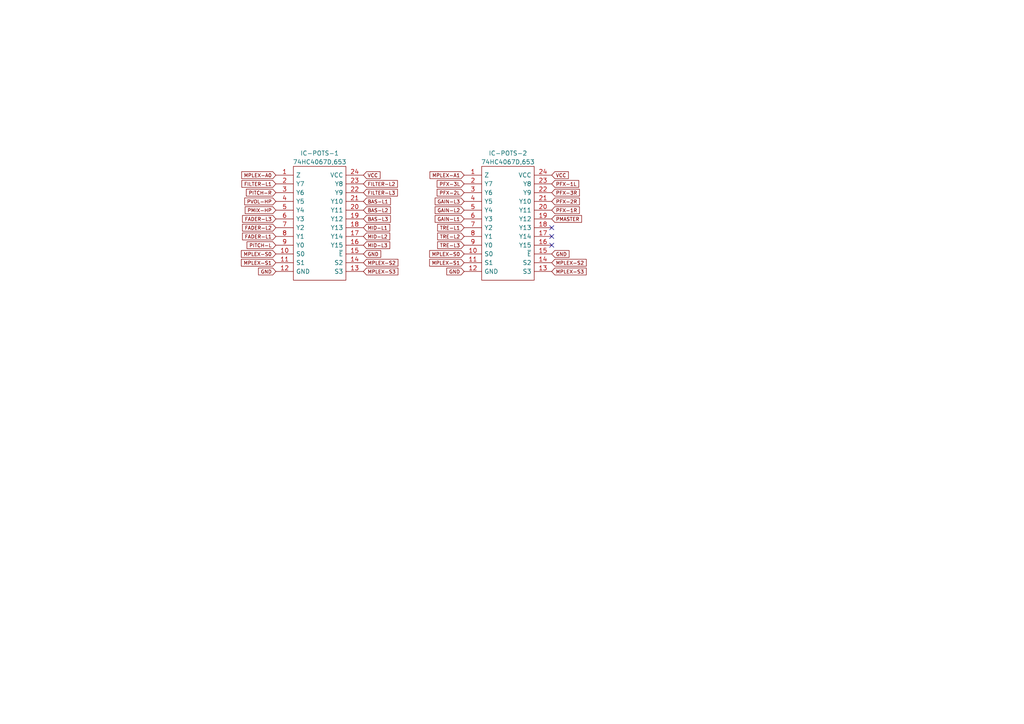
<source format=kicad_sch>
(kicad_sch (version 20210126) (generator eeschema)
  (paper "A4")
  (lib_symbols
    (symbol "SamacSys_Parts:74HC4067D,653" (pin_names (offset 0.762))
      (property "Reference" "IC" (at 21.59 7.62 0))
      (property "Value" "74HC4067D,653" (at 21.59 5.08 0))
      (symbol "74HC4067D,653_0_0"
        (pin passive line (at 0 0 0) (length 5.08) (name "Z") (number "1"))
        (pin passive line (at 0 -22.86 0) (length 5.08) (name "S0") (number "10"))
        (pin passive line (at 0 -25.4 0) (length 5.08) (name "S1") (number "11"))
        (pin passive line (at 0 -27.94 0) (length 5.08) (name "GND") (number "12"))
        (pin passive line (at 25.4 -27.94 180) (length 5.08) (name "S3") (number "13"))
        (pin passive line (at 25.4 -25.4 180) (length 5.08) (name "S2") (number "14"))
        (pin passive line (at 25.4 -22.86 180) (length 5.08) (name "~E") (number "15"))
        (pin passive line (at 25.4 -20.32 180) (length 5.08) (name "Y15") (number "16"))
        (pin passive line (at 25.4 -17.78 180) (length 5.08) (name "Y14") (number "17"))
        (pin passive line (at 25.4 -15.24 180) (length 5.08) (name "Y13") (number "18"))
        (pin passive line (at 25.4 -12.7 180) (length 5.08) (name "Y12") (number "19"))
        (pin passive line (at 0 -2.54 0) (length 5.08) (name "Y7") (number "2"))
        (pin passive line (at 25.4 -10.16 180) (length 5.08) (name "Y11") (number "20"))
        (pin passive line (at 25.4 -7.62 180) (length 5.08) (name "Y10") (number "21"))
        (pin passive line (at 25.4 -5.08 180) (length 5.08) (name "Y9") (number "22"))
        (pin passive line (at 25.4 -2.54 180) (length 5.08) (name "Y8") (number "23"))
        (pin passive line (at 25.4 0 180) (length 5.08) (name "VCC") (number "24"))
        (pin passive line (at 0 -5.08 0) (length 5.08) (name "Y6") (number "3"))
        (pin passive line (at 0 -7.62 0) (length 5.08) (name "Y5") (number "4"))
        (pin passive line (at 0 -10.16 0) (length 5.08) (name "Y4") (number "5"))
        (pin passive line (at 0 -12.7 0) (length 5.08) (name "Y3") (number "6"))
        (pin passive line (at 0 -15.24 0) (length 5.08) (name "Y2") (number "7"))
        (pin passive line (at 0 -17.78 0) (length 5.08) (name "Y1") (number "8"))
        (pin passive line (at 0 -20.32 0) (length 5.08) (name "Y0") (number "9"))
      )
      (symbol "74HC4067D,653_0_1"
        (polyline (pts (xy 5.08 2.54) (xy 20.32 2.54) (xy 20.32 -30.48) (xy 5.08 -30.48) (xy 5.08 2.54)) (stroke (width 0.1524)))
      )
    )
  )
  (no_connect (at 160.02 66.04))
  (no_connect (at 160.02 68.58))
  (no_connect (at 160.02 71.12))
  (global_label "MPLEX-A0" (shape input) (at 80.01 50.8 180) (effects (font (size 1.016 1.016))) (property "Intersheet References" "${INTERSHEET_REFS}" (effects hide)))
  (global_label "FILTER-L1" (shape input) (at 80.01 53.34 180) (effects (font (size 1.016 1.016))) (property "Intersheet References" "${INTERSHEET_REFS}" (effects hide)))
  (global_label "PITCH-R" (shape input) (at 80.01 55.88 180) (effects (font (size 1.016 1.016))) (property "Intersheet References" "${INTERSHEET_REFS}" (effects hide)))
  (global_label "PVOL-HP" (shape input) (at 80.01 58.42 180) (effects (font (size 1.016 1.016))) (property "Intersheet References" "${INTERSHEET_REFS}" (effects hide)))
  (global_label "PMIX-HP" (shape input) (at 80.01 60.96 180) (effects (font (size 1.016 1.016))) (property "Intersheet References" "${INTERSHEET_REFS}" (effects hide)))
  (global_label "FADER-L3" (shape input) (at 80.01 63.5 180) (effects (font (size 1.016 1.016))) (property "Intersheet References" "${INTERSHEET_REFS}" (effects hide)))
  (global_label "FADER-L2" (shape input) (at 80.01 66.04 180) (effects (font (size 1.016 1.016))) (property "Intersheet References" "${INTERSHEET_REFS}" (effects hide)))
  (global_label "FADER-L1" (shape input) (at 80.01 68.58 180) (effects (font (size 1.016 1.016))) (property "Intersheet References" "${INTERSHEET_REFS}" (effects hide)))
  (global_label "PITCH-L" (shape input) (at 80.01 71.12 180) (effects (font (size 1.016 1.016))) (property "Intersheet References" "${INTERSHEET_REFS}" (effects hide)))
  (global_label "MPLEX-S0" (shape input) (at 80.01 73.66 180) (effects (font (size 1.016 1.016))) (property "Intersheet References" "${INTERSHEET_REFS}" (effects hide)))
  (global_label "MPLEX-S1" (shape input) (at 80.01 76.2 180) (effects (font (size 1.016 1.016))) (property "Intersheet References" "${INTERSHEET_REFS}" (effects hide)))
  (global_label "GND" (shape input) (at 80.01 78.74 180) (effects (font (size 1.016 1.016))) (property "Intersheet References" "${INTERSHEET_REFS}" (effects hide)))
  (global_label "VCC" (shape input) (at 105.41 50.8 0) (effects (font (size 1.016 1.016))) (property "Intersheet References" "${INTERSHEET_REFS}" (effects hide)))
  (global_label "FILTER-L2" (shape input) (at 105.41 53.34 0) (effects (font (size 1.016 1.016))) (property "Intersheet References" "${INTERSHEET_REFS}" (effects hide)))
  (global_label "FILTER-L3" (shape input) (at 105.41 55.88 0) (effects (font (size 1.016 1.016))) (property "Intersheet References" "${INTERSHEET_REFS}" (effects hide)))
  (global_label "BAS-L1" (shape input) (at 105.41 58.42 0) (effects (font (size 1.016 1.016))) (property "Intersheet References" "${INTERSHEET_REFS}" (effects hide)))
  (global_label "BAS-L2" (shape input) (at 105.41 60.96 0) (effects (font (size 1.016 1.016))) (property "Intersheet References" "${INTERSHEET_REFS}" (effects hide)))
  (global_label "BAS-L3" (shape input) (at 105.41 63.5 0) (effects (font (size 1.016 1.016))) (property "Intersheet References" "${INTERSHEET_REFS}" (effects hide)))
  (global_label "MID-L1" (shape input) (at 105.41 66.04 0) (effects (font (size 1.016 1.016))) (property "Intersheet References" "${INTERSHEET_REFS}" (effects hide)))
  (global_label "MID-L2" (shape input) (at 105.41 68.58 0) (effects (font (size 1.016 1.016))) (property "Intersheet References" "${INTERSHEET_REFS}" (effects hide)))
  (global_label "MID-L3" (shape input) (at 105.41 71.12 0) (effects (font (size 1.016 1.016))) (property "Intersheet References" "${INTERSHEET_REFS}" (effects hide)))
  (global_label "GND" (shape input) (at 105.41 73.66 0) (effects (font (size 1.016 1.016))) (property "Intersheet References" "${INTERSHEET_REFS}" (effects hide)))
  (global_label "MPLEX-S2" (shape input) (at 105.41 76.2 0) (effects (font (size 1.016 1.016))) (property "Intersheet References" "${INTERSHEET_REFS}" (effects hide)))
  (global_label "MPLEX-S3" (shape input) (at 105.41 78.74 0) (effects (font (size 1.016 1.016))) (property "Intersheet References" "${INTERSHEET_REFS}" (effects hide)))
  (global_label "MPLEX-A1" (shape input) (at 134.62 50.8 180) (effects (font (size 1.016 1.016))) (property "Intersheet References" "${INTERSHEET_REFS}" (effects hide)))
  (global_label "PFX-3L" (shape input) (at 134.62 53.34 180) (effects (font (size 1.016 1.016))) (property "Intersheet References" "${INTERSHEET_REFS}" (effects hide)))
  (global_label "PFX-2L" (shape input) (at 134.62 55.88 180) (effects (font (size 1.016 1.016))) (property "Intersheet References" "${INTERSHEET_REFS}" (effects hide)))
  (global_label "GAIN-L3" (shape input) (at 134.62 58.42 180) (effects (font (size 1.016 1.016))) (property "Intersheet References" "${INTERSHEET_REFS}" (effects hide)))
  (global_label "GAIN-L2" (shape input) (at 134.62 60.96 180) (effects (font (size 1.016 1.016))) (property "Intersheet References" "${INTERSHEET_REFS}" (effects hide)))
  (global_label "GAIN-L1" (shape input) (at 134.62 63.5 180) (effects (font (size 1.016 1.016))) (property "Intersheet References" "${INTERSHEET_REFS}" (effects hide)))
  (global_label "TRE-L1" (shape input) (at 134.62 66.04 180) (effects (font (size 1.016 1.016))) (property "Intersheet References" "${INTERSHEET_REFS}" (effects hide)))
  (global_label "TRE-L2" (shape input) (at 134.62 68.58 180) (effects (font (size 1.016 1.016))) (property "Intersheet References" "${INTERSHEET_REFS}" (effects hide)))
  (global_label "TRE-L3" (shape input) (at 134.62 71.12 180) (effects (font (size 1.016 1.016))) (property "Intersheet References" "${INTERSHEET_REFS}" (effects hide)))
  (global_label "MPLEX-S0" (shape input) (at 134.62 73.66 180) (effects (font (size 1.016 1.016))) (property "Intersheet References" "${INTERSHEET_REFS}" (effects hide)))
  (global_label "MPLEX-S1" (shape input) (at 134.62 76.2 180) (effects (font (size 1.016 1.016))) (property "Intersheet References" "${INTERSHEET_REFS}" (effects hide)))
  (global_label "GND" (shape input) (at 134.62 78.74 180) (effects (font (size 1.016 1.016))) (property "Intersheet References" "${INTERSHEET_REFS}" (effects hide)))
  (global_label "VCC" (shape input) (at 160.02 50.8 0) (effects (font (size 1.016 1.016))) (property "Intersheet References" "${INTERSHEET_REFS}" (effects hide)))
  (global_label "PFX-1L" (shape input) (at 160.02 53.34 0) (effects (font (size 1.016 1.016))) (property "Intersheet References" "${INTERSHEET_REFS}" (effects hide)))
  (global_label "PFX-3R" (shape input) (at 160.02 55.88 0) (effects (font (size 1.016 1.016))) (property "Intersheet References" "${INTERSHEET_REFS}" (effects hide)))
  (global_label "PFX-2R" (shape input) (at 160.02 58.42 0) (effects (font (size 1.016 1.016))) (property "Intersheet References" "${INTERSHEET_REFS}" (effects hide)))
  (global_label "PFX-1R" (shape input) (at 160.02 60.96 0) (effects (font (size 1.016 1.016))) (property "Intersheet References" "${INTERSHEET_REFS}" (effects hide)))
  (global_label "PMASTER" (shape input) (at 160.02 63.5 0) (effects (font (size 1.016 1.016))) (property "Intersheet References" "${INTERSHEET_REFS}" (effects hide)))
  (global_label "GND" (shape input) (at 160.02 73.66 0) (effects (font (size 1.016 1.016))) (property "Intersheet References" "${INTERSHEET_REFS}" (effects hide)))
  (global_label "MPLEX-S2" (shape input) (at 160.02 76.2 0) (effects (font (size 1.016 1.016))) (property "Intersheet References" "${INTERSHEET_REFS}" (effects hide)))
  (global_label "MPLEX-S3" (shape input) (at 160.02 78.74 0) (effects (font (size 1.016 1.016))) (property "Intersheet References" "${INTERSHEET_REFS}" (effects hide)))
  (symbol (lib_id "SamacSys_Parts:74HC4067D,653") (at 80.01 50.8 0) (unit 1)
    (property "Reference" "IC-POTS-1" (at 92.71 44.45 0))
    (property "Value" "74HC4067D,653" (at 92.71 46.99 0))
    (property "Footprint" "Package_SO:SOIC-24W_7.5x15.4mm_P1.27mm" (effects hide))
    (property "Datasheet" "https://assets.nexperia.com/documents/data-sheet/74HC_HCT4067.pdf" (effects hide))
    (property "Description" "74HC(T)4067 - 16-channel analog multiplexer/demultiplexer@en-us" (effects hide))
    (property "Height" "2.65" (effects hide))
    (property "Mouser Part Number" "771-HC4067D653" (effects hide))
    (property "Mouser Price/Stock" "https://www.mouser.co.uk/ProductDetail/Nexperia/74HC4067D653/?qs=P62ublwmbi%252BFF8o5S2zq0w%3D%3D" (effects hide))
    (property "Manufacturer_Name" "Nexperia" (effects hide))
    (property "Manufacturer_Part_Number" "74HC4067D,653" (effects hide))
  )
  (symbol (lib_id "SamacSys_Parts:74HC4067D,653") (at 134.62 50.8 0) (unit 1)
    (property "Reference" "IC-POTS-2" (at 147.32 44.45 0))
    (property "Value" "74HC4067D,653" (at 147.32 46.99 0))
    (property "Footprint" "Package_SO:SOIC-24W_7.5x15.4mm_P1.27mm" (effects hide))
    (property "Datasheet" "https://assets.nexperia.com/documents/data-sheet/74HC_HCT4067.pdf" (effects hide))
    (property "Description" "74HC(T)4067 - 16-channel analog multiplexer/demultiplexer@en-us" (effects hide))
    (property "Height" "2.65" (effects hide))
    (property "Mouser Part Number" "771-HC4067D653" (effects hide))
    (property "Mouser Price/Stock" "https://www.mouser.co.uk/ProductDetail/Nexperia/74HC4067D653/?qs=P62ublwmbi%252BFF8o5S2zq0w%3D%3D" (effects hide))
    (property "Manufacturer_Name" "Nexperia" (effects hide))
    (property "Manufacturer_Part_Number" "74HC4067D,653" (effects hide))
  )
)
</source>
